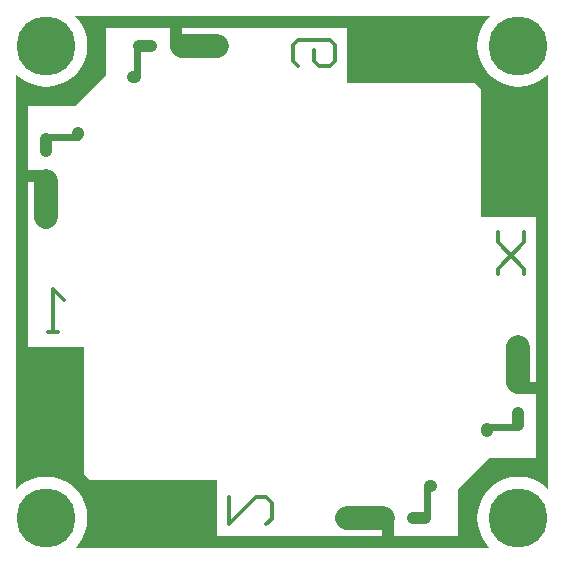
<source format=gbr>
G04 start of page 2 for group 0 idx 0 *
G04 Title: IrasCarrier, component *
G04 Creator: pcb 1.99x *
G04 CreationDate: Di 16 Sep 2008 10:03:12 GMT UTC *
G04 For: stephan *
G04 Format: Gerber/RS-274X *
G04 PCB-Dimensions: 196850 196850 *
G04 PCB-Coordinate-Origin: lower left *
%MOIN*%
%FSLAX24Y24*%
%LNBACK*%
%ADD11C,0.0200*%
%ADD12C,0.0394*%
%ADD13C,0.0236*%
%ADD14C,0.0787*%
%ADD15C,0.0141*%
%ADD16C,0.1968*%
%ADD17C,0.1260*%
G54D11*G36*
X2834Y16102D02*Y16647D01*
X2854Y16660D01*
X3024Y16830D01*
X3161Y17027D01*
X3263Y17245D01*
X3325Y17477D01*
X3346Y17716D01*
X3325Y17955D01*
X3263Y18187D01*
X3161Y18405D01*
X3024Y18602D01*
X2925Y18700D01*
X16759D01*
X16660Y18602D01*
X16523Y18405D01*
X16421Y18187D01*
X16359Y17955D01*
X16338Y17716D01*
X16359Y17477D01*
X16421Y17245D01*
X16523Y17027D01*
X16660Y16830D01*
X16811Y16680D01*
Y16299D01*
X16417D01*
X16259Y16456D01*
X12007D01*
Y18307D01*
X3976D01*
Y16732D01*
X3346Y16102D01*
X2834D01*
G37*
G36*
X3582Y16850D02*Y16338D01*
X2952Y15708D01*
X1378D01*
Y7677D01*
X3228D01*
Y3425D01*
X3385Y3267D01*
Y2874D01*
X3004D01*
X2854Y3024D01*
X2657Y3161D01*
X2439Y3263D01*
X2207Y3325D01*
X1968Y3346D01*
X1729Y3325D01*
X1497Y3263D01*
X1279Y3161D01*
X1082Y3024D01*
X984Y2925D01*
Y16759D01*
X1082Y16660D01*
X1279Y16523D01*
X1497Y16421D01*
X1729Y16359D01*
X1968Y16338D01*
X2207Y16359D01*
X2439Y16421D01*
X2657Y16523D01*
X2854Y16660D01*
X3024Y16830D01*
X3037Y16850D01*
X3582D01*
G37*
G36*
X16850Y3582D02*Y3037D01*
X16830Y3024D01*
X16660Y2854D01*
X16523Y2657D01*
X16421Y2439D01*
X16359Y2207D01*
X16338Y1968D01*
X16359Y1729D01*
X16421Y1497D01*
X16523Y1279D01*
X16660Y1082D01*
X16759Y984D01*
X2925D01*
X3024Y1082D01*
X3161Y1279D01*
X3263Y1497D01*
X3325Y1729D01*
X3346Y1968D01*
X3325Y2207D01*
X3263Y2439D01*
X3161Y2657D01*
X3024Y2854D01*
X2874Y3004D01*
Y3385D01*
X3267D01*
X3425Y3228D01*
X7677D01*
Y1378D01*
X15708D01*
Y2952D01*
X16338Y3582D01*
X16850D01*
G37*
G36*
X16102Y2834D02*Y3346D01*
X16732Y3976D01*
X18307D01*
Y12007D01*
X16456D01*
Y16259D01*
X16299Y16417D01*
Y16811D01*
X16680D01*
X16830Y16660D01*
X17027Y16523D01*
X17245Y16421D01*
X17477Y16359D01*
X17716Y16338D01*
X17955Y16359D01*
X18187Y16421D01*
X18405Y16523D01*
X18602Y16660D01*
X18700Y16759D01*
Y2925D01*
X18602Y3024D01*
X18405Y3161D01*
X18187Y3263D01*
X17955Y3325D01*
X17716Y3346D01*
X17477Y3325D01*
X17245Y3263D01*
X17027Y3161D01*
X16830Y3024D01*
X16660Y2854D01*
X16647Y2834D01*
X16102D01*
G37*
G54D12*X14763Y3031D02*X14803D01*
G54D13*X14685D02*Y1968D01*
G54D12*X14212D02*X14606D01*
G54D14*X12007D02*X13188D01*
G54D12*X13385D02*Y1299D01*
X16653Y4921D02*Y4881D01*
X17716Y5472D02*Y5078D01*
G54D14*Y7677D02*Y6496D01*
G54D13*X16653Y5000D02*X17716D01*
G54D12*Y6299D02*X18385D01*
X3031Y14803D02*Y14763D01*
X1968Y14606D02*Y14212D01*
G54D13*Y14685D02*X3031D01*
G54D12*X4921Y16653D02*X4881D01*
X5078Y17716D02*X5472D01*
G54D14*X6496D02*X7677D01*
G54D13*X5000D02*Y16653D01*
G54D12*X6299Y17716D02*Y18385D01*
G54D14*X1968Y13188D02*Y12007D01*
G54D12*X1299Y13385D02*X1968D01*
G54D15*X2029Y8175D02*X2382D01*
X2206D02*Y9587D01*
X2559Y9234D02*X2206Y9587D01*
X10195Y17207D02*X10372Y17030D01*
X10195Y17207D02*Y17736D01*
X10372Y17913D02*X10195Y17736D01*
X10372Y17913D02*X11431D01*
X11607Y17736D01*
Y17207D02*Y17736D01*
Y17207D02*X11431Y17030D01*
X11078D02*X11431D01*
X10901Y17207D02*X11078Y17030D01*
X10901Y17207D02*Y17560D01*
X17027Y10097D02*Y10273D01*
X17910Y11156D01*
Y11509D01*
X17027Y11156D02*Y11509D01*
Y11156D02*X17910Y10273D01*
Y10097D02*Y10273D01*
X9313Y1771D02*X9489Y1948D01*
Y2477D01*
X9313Y2654D01*
X8960D02*X9313D01*
X8077Y1771D02*X8960Y2654D01*
X8077Y1771D02*Y2654D01*
G54D16*X1968Y17716D03*
X17716D03*
X1968Y1968D03*
X17716D03*
G54D17*M02*

</source>
